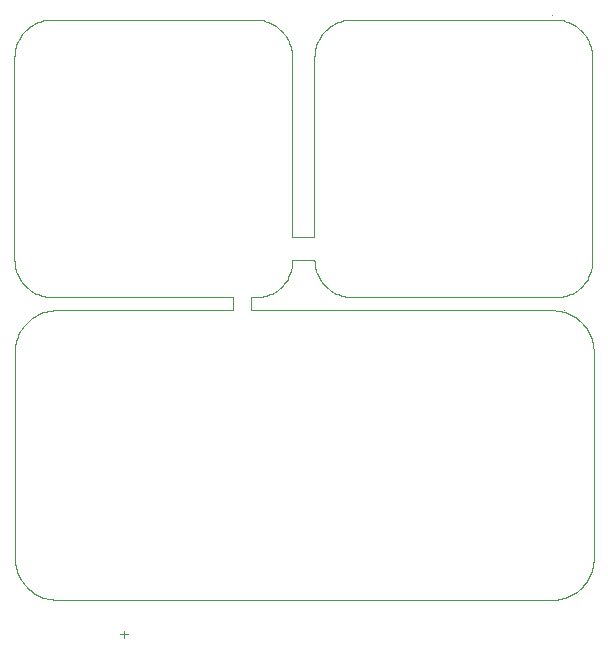
<source format=gbo>
G75*
G70*
%OFA0B0*%
%FSLAX24Y24*%
%IPPOS*%
%LPD*%
%AMOC8*
5,1,8,0,0,1.08239X$1,22.5*
%
%ADD10C,0.0000*%
%ADD11C,0.0030*%
D10*
X001489Y001583D02*
X001492Y001583D01*
X018027Y001583D01*
X018030Y001583D01*
X018027Y001583D02*
X018099Y001585D01*
X018171Y001591D01*
X018243Y001600D01*
X018314Y001613D01*
X018384Y001630D01*
X018453Y001650D01*
X018521Y001675D01*
X018587Y001702D01*
X018653Y001733D01*
X018716Y001768D01*
X018778Y001805D01*
X018837Y001846D01*
X018894Y001890D01*
X018949Y001937D01*
X019001Y001987D01*
X019051Y002039D01*
X019098Y002094D01*
X019142Y002151D01*
X019183Y002210D01*
X019220Y002272D01*
X019255Y002335D01*
X019286Y002401D01*
X019313Y002467D01*
X019338Y002535D01*
X019358Y002604D01*
X019375Y002674D01*
X019388Y002745D01*
X019397Y002817D01*
X019403Y002889D01*
X019405Y002961D01*
X019405Y009851D01*
X019403Y009923D01*
X019397Y009995D01*
X019388Y010067D01*
X019375Y010138D01*
X019358Y010208D01*
X019338Y010277D01*
X019313Y010345D01*
X019286Y010411D01*
X019255Y010477D01*
X019220Y010540D01*
X019183Y010602D01*
X019142Y010661D01*
X019098Y010718D01*
X019051Y010773D01*
X019001Y010825D01*
X018949Y010875D01*
X018894Y010922D01*
X018837Y010966D01*
X018778Y011007D01*
X018716Y011044D01*
X018653Y011079D01*
X018587Y011110D01*
X018521Y011137D01*
X018453Y011162D01*
X018384Y011182D01*
X018314Y011199D01*
X018243Y011212D01*
X018171Y011221D01*
X018099Y011227D01*
X018027Y011229D01*
X007988Y011229D01*
X007988Y011672D01*
X008100Y011672D01*
X007397Y011672D02*
X007397Y011229D01*
X001492Y011229D01*
X001489Y011229D01*
X001350Y011672D02*
X007397Y011672D01*
X008100Y011672D02*
X008166Y011670D01*
X008232Y011672D01*
X008298Y011678D01*
X008364Y011687D01*
X008429Y011700D01*
X008494Y011717D01*
X008557Y011737D01*
X008619Y011761D01*
X008679Y011788D01*
X008738Y011819D01*
X008796Y011853D01*
X008851Y011890D01*
X008904Y011930D01*
X008954Y011973D01*
X009003Y012018D01*
X009048Y012067D01*
X009091Y012117D01*
X009131Y012170D01*
X009168Y012225D01*
X009202Y012283D01*
X009233Y012342D01*
X009260Y012402D01*
X009284Y012464D01*
X009304Y012527D01*
X009321Y012592D01*
X009334Y012657D01*
X009343Y012723D01*
X009349Y012789D01*
X009351Y012855D01*
X009349Y012921D01*
X009350Y012922D02*
X010100Y012922D01*
X010100Y013672D02*
X010100Y019672D01*
X009350Y019672D02*
X009350Y013672D01*
X010100Y013672D01*
X010100Y012922D02*
X010102Y012854D01*
X010107Y012787D01*
X010116Y012720D01*
X010129Y012653D01*
X010146Y012588D01*
X010165Y012523D01*
X010189Y012459D01*
X010216Y012397D01*
X010246Y012336D01*
X010279Y012278D01*
X010315Y012221D01*
X010355Y012166D01*
X010397Y012113D01*
X010443Y012062D01*
X010490Y012015D01*
X010541Y011969D01*
X010594Y011927D01*
X010649Y011887D01*
X010706Y011851D01*
X010764Y011818D01*
X010825Y011788D01*
X010887Y011761D01*
X010951Y011737D01*
X011016Y011718D01*
X011081Y011701D01*
X011148Y011688D01*
X011215Y011679D01*
X011282Y011674D01*
X011350Y011672D01*
X018100Y011672D01*
X018421Y011229D02*
X018424Y011229D01*
X018100Y011672D02*
X018166Y011670D01*
X018232Y011672D01*
X018298Y011678D01*
X018364Y011687D01*
X018429Y011700D01*
X018494Y011717D01*
X018557Y011737D01*
X018619Y011761D01*
X018679Y011788D01*
X018738Y011819D01*
X018796Y011853D01*
X018851Y011890D01*
X018904Y011930D01*
X018954Y011973D01*
X019003Y012018D01*
X019048Y012067D01*
X019091Y012117D01*
X019131Y012170D01*
X019168Y012225D01*
X019202Y012283D01*
X019233Y012342D01*
X019260Y012402D01*
X019284Y012464D01*
X019304Y012527D01*
X019321Y012592D01*
X019334Y012657D01*
X019343Y012723D01*
X019349Y012789D01*
X019351Y012855D01*
X019349Y012921D01*
X019350Y012922D02*
X019350Y019672D01*
X019348Y019740D01*
X019343Y019807D01*
X019334Y019874D01*
X019321Y019941D01*
X019304Y020006D01*
X019285Y020071D01*
X019261Y020135D01*
X019234Y020197D01*
X019204Y020258D01*
X019171Y020316D01*
X019135Y020373D01*
X019095Y020428D01*
X019053Y020481D01*
X019007Y020532D01*
X018960Y020579D01*
X018909Y020625D01*
X018856Y020667D01*
X018801Y020707D01*
X018744Y020743D01*
X018686Y020776D01*
X018625Y020806D01*
X018563Y020833D01*
X018499Y020857D01*
X018434Y020876D01*
X018369Y020893D01*
X018302Y020906D01*
X018235Y020915D01*
X018168Y020920D01*
X018100Y020922D01*
X018137Y020922D02*
X011350Y020922D01*
X011282Y020920D01*
X011215Y020915D01*
X011148Y020906D01*
X011081Y020893D01*
X011016Y020876D01*
X010951Y020857D01*
X010887Y020833D01*
X010825Y020806D01*
X010764Y020776D01*
X010706Y020743D01*
X010649Y020707D01*
X010594Y020667D01*
X010541Y020625D01*
X010490Y020579D01*
X010443Y020532D01*
X010397Y020481D01*
X010355Y020428D01*
X010315Y020373D01*
X010279Y020316D01*
X010246Y020258D01*
X010216Y020197D01*
X010189Y020135D01*
X010165Y020071D01*
X010146Y020006D01*
X010129Y019941D01*
X010116Y019874D01*
X010107Y019807D01*
X010102Y019740D01*
X010100Y019672D01*
X009350Y019672D02*
X009348Y019740D01*
X009343Y019807D01*
X009334Y019874D01*
X009321Y019941D01*
X009304Y020006D01*
X009285Y020071D01*
X009261Y020135D01*
X009234Y020197D01*
X009204Y020258D01*
X009171Y020316D01*
X009135Y020373D01*
X009095Y020428D01*
X009053Y020481D01*
X009007Y020532D01*
X008960Y020579D01*
X008909Y020625D01*
X008856Y020667D01*
X008801Y020707D01*
X008744Y020743D01*
X008686Y020776D01*
X008625Y020806D01*
X008563Y020833D01*
X008499Y020857D01*
X008434Y020876D01*
X008369Y020893D01*
X008302Y020906D01*
X008235Y020915D01*
X008168Y020920D01*
X008100Y020922D01*
X001350Y020922D01*
X001282Y020920D01*
X001215Y020915D01*
X001148Y020906D01*
X001081Y020893D01*
X001016Y020876D01*
X000951Y020857D01*
X000887Y020833D01*
X000825Y020806D01*
X000764Y020776D01*
X000706Y020743D01*
X000649Y020707D01*
X000594Y020667D01*
X000541Y020625D01*
X000490Y020579D01*
X000443Y020532D01*
X000397Y020481D01*
X000355Y020428D01*
X000315Y020373D01*
X000279Y020316D01*
X000246Y020258D01*
X000216Y020197D01*
X000189Y020135D01*
X000165Y020071D01*
X000146Y020006D01*
X000129Y019941D01*
X000116Y019874D01*
X000107Y019807D01*
X000102Y019740D01*
X000100Y019672D01*
X000100Y012922D01*
X000102Y012854D01*
X000107Y012787D01*
X000116Y012720D01*
X000129Y012653D01*
X000146Y012588D01*
X000165Y012523D01*
X000189Y012459D01*
X000216Y012397D01*
X000246Y012336D01*
X000279Y012278D01*
X000315Y012221D01*
X000355Y012166D01*
X000397Y012113D01*
X000443Y012062D01*
X000490Y012015D01*
X000541Y011969D01*
X000594Y011927D01*
X000649Y011887D01*
X000706Y011851D01*
X000764Y011818D01*
X000825Y011788D01*
X000887Y011761D01*
X000951Y011737D01*
X001016Y011718D01*
X001081Y011701D01*
X001148Y011688D01*
X001215Y011679D01*
X001282Y011674D01*
X001350Y011672D01*
X001492Y011229D02*
X001420Y011227D01*
X001348Y011221D01*
X001276Y011212D01*
X001205Y011199D01*
X001135Y011182D01*
X001066Y011162D01*
X000998Y011137D01*
X000932Y011110D01*
X000866Y011079D01*
X000803Y011044D01*
X000741Y011007D01*
X000682Y010966D01*
X000625Y010922D01*
X000570Y010875D01*
X000518Y010825D01*
X000468Y010773D01*
X000421Y010718D01*
X000377Y010661D01*
X000336Y010602D01*
X000299Y010540D01*
X000264Y010477D01*
X000233Y010411D01*
X000206Y010345D01*
X000181Y010277D01*
X000161Y010208D01*
X000144Y010138D01*
X000131Y010067D01*
X000122Y009995D01*
X000116Y009923D01*
X000114Y009851D01*
X000114Y009854D01*
X000114Y009851D02*
X000114Y003001D01*
X000114Y002958D01*
X000113Y003001D02*
X000114Y002928D01*
X000119Y002854D01*
X000127Y002782D01*
X000140Y002710D01*
X000156Y002638D01*
X000175Y002568D01*
X000199Y002498D01*
X000226Y002430D01*
X000257Y002364D01*
X000291Y002299D01*
X000328Y002236D01*
X000369Y002175D01*
X000412Y002117D01*
X000459Y002060D01*
X000509Y002006D01*
X000561Y001955D01*
X000616Y001907D01*
X000673Y001862D01*
X000733Y001819D01*
X000795Y001780D01*
X000859Y001744D01*
X000924Y001712D01*
X000992Y001683D01*
X001060Y001658D01*
X001130Y001636D01*
X001201Y001618D01*
X001273Y001603D01*
X001345Y001593D01*
X001418Y001586D01*
X001491Y001583D01*
X018027Y021072D02*
X018030Y021072D01*
D11*
X003747Y000557D02*
X003747Y000310D01*
X003870Y000433D02*
X003623Y000433D01*
M02*

</source>
